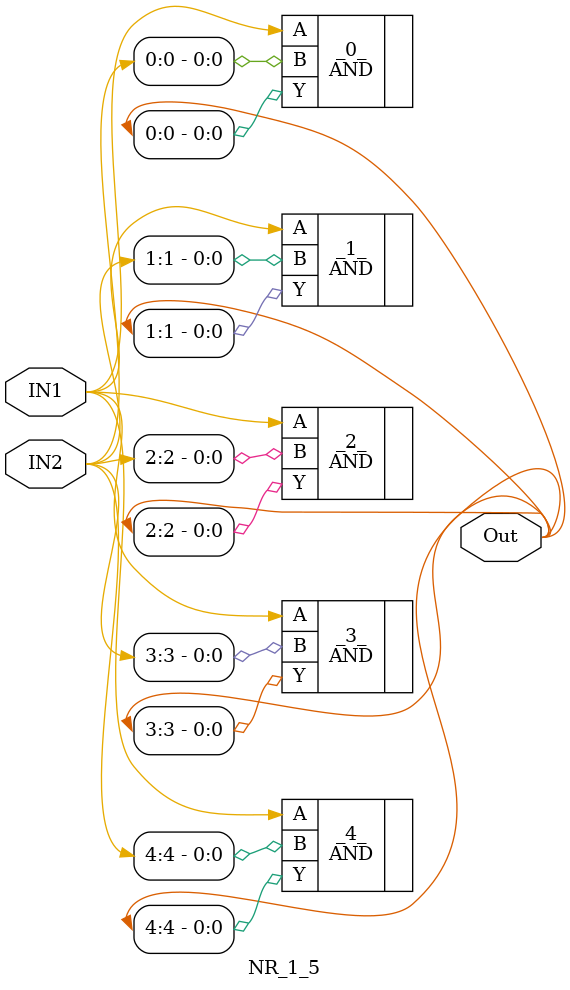
<source format=v>
/* Generated by Yosys 0.45+139 (git sha1 8e1e2b9a3, g++ 12.2.0-14 -fPIC -O3) */

module NR_1_5(IN1, IN2, Out);
  input IN1;
  wire IN1;
  input [4:0] IN2;
  wire [4:0] IN2;
  output [4:0] Out;
  wire [4:0] Out;
  AND _0_ (
    .A(IN1),
    .B(IN2[0]),
    .Y(Out[0])
  );
  AND _1_ (
    .A(IN1),
    .B(IN2[1]),
    .Y(Out[1])
  );
  AND _2_ (
    .A(IN1),
    .B(IN2[2]),
    .Y(Out[2])
  );
  AND _3_ (
    .A(IN1),
    .B(IN2[3]),
    .Y(Out[3])
  );
  AND _4_ (
    .A(IN1),
    .B(IN2[4]),
    .Y(Out[4])
  );
endmodule

</source>
